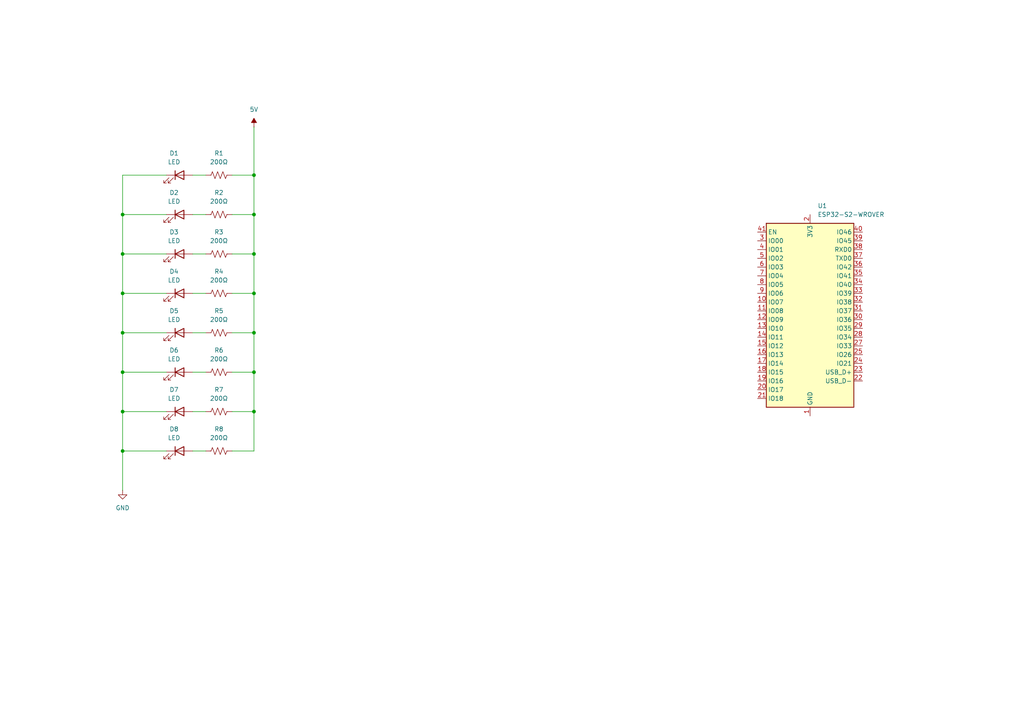
<source format=kicad_sch>
(kicad_sch (version 20231120) (generator "eeschema") (generator_version "8.0")
  (paper "A4")
  (lib_symbols
    (symbol "Device:LED" (pin_numbers hide) (pin_names (offset 1.016) hide)
      (property "Reference" "D" (at 0 2.54 0))
      (property "Value" "LED" (at 0 -2.54 0))
      (symbol "LED_0_1"
        (polyline (pts (xy -1.27 -1.27) (xy -1.27 1.27)) (stroke (width 0.254)))
        (polyline (pts (xy -1.27 0) (xy 1.27 0)))
        (polyline (pts (xy 1.27 -1.27) (xy 1.27 1.27) (xy -1.27 0) (xy 1.27 -1.27)) (stroke (width 0.254)))
        (polyline (pts (xy -3.048 -0.762) (xy -4.572 -2.286) (xy -3.81 -2.286) (xy -4.572 -2.286) (xy -4.572 -1.524)))
        (polyline (pts (xy -1.778 -0.762) (xy -3.302 -2.286) (xy -2.54 -2.286) (xy -3.302 -2.286) (xy -3.302 -1.524)))
      )
      (symbol "LED_1_1"
        (pin passive line (at -3.81 0 0) (length 2.54) (name "K") (number "1"))
        (pin passive line (at 3.81 0 180) (length 2.54) (name "A") (number "2"))
      )
    )
    (symbol "Device:R_US" (pin_numbers hide) (pin_names (offset 0))
      (property "Reference" "R" (at 2.54 0 90))
      (property "Value" "R_US" (at -2.54 0 90))
      (symbol "R_US_0_1"
        (polyline (pts (xy 0 -2.286) (xy 0 -2.54)))
        (polyline (pts (xy 0 2.286) (xy 0 2.54)))
        (polyline (pts (xy 0 -0.762) (xy 1.016 -1.143) (xy 0 -1.524) (xy -1.016 -1.905) (xy 0 -2.286)))
        (polyline (pts (xy 0 0.762) (xy 1.016 0.381) (xy 0 0) (xy -1.016 -0.381) (xy 0 -0.762)))
        (polyline (pts (xy 0 2.286) (xy 1.016 1.905) (xy 0 1.524) (xy -1.016 1.143) (xy 0 0.762)))
      )
      (symbol "R_US_1_1"
        (pin passive line (at 0 3.81 270) (length 1.27) (name "~") (number "1"))
        (pin passive line (at 0 -3.81 90) (length 1.27) (name "~") (number "2"))
      )
    )
    (symbol "RF_Module:ESP32-S2-WROVER"
      (property "Reference" "U" (at -12.7 29.21 0))
      (property "Value" "ESP32-S2-WROVER" (at 2.54 29.21 0))
      (symbol "ESP32-S2-WROVER_0_1"
        (rectangle (start -12.7 27.94) (end 12.7 -25.4) (stroke (width 0.254)) (fill (type background)))
      )
      (symbol "ESP32-S2-WROVER_1_1"
        (pin power_in line (at 0 -27.94 90) (length 2.54) (name "GND") (number "1"))
        (pin bidirectional line (at -15.24 5.08 0) (length 2.54) (name "IO07") (number "10"))
        (pin bidirectional line (at -15.24 2.54 0) (length 2.54) (name "IO08") (number "11"))
        (pin bidirectional line (at -15.24 0 0) (length 2.54) (name "IO09") (number "12"))
        (pin bidirectional line (at -15.24 -2.54 0) (length 2.54) (name "IO10") (number "13"))
        (pin bidirectional line (at -15.24 -5.08 0) (length 2.54) (name "IO11") (number "14"))
        (pin bidirectional line (at -15.24 -7.62 0) (length 2.54) (name "IO12") (number "15"))
        (pin bidirectional line (at -15.24 -10.16 0) (length 2.54) (name "IO13") (number "16"))
        (pin bidirectional line (at -15.24 -12.7 0) (length 2.54) (name "IO14") (number "17"))
        (pin bidirectional line (at -15.24 -15.24 0) (length 2.54) (name "IO15") (number "18"))
        (pin bidirectional line (at -15.24 -17.78 0) (length 2.54) (name "IO16") (number "19"))
        (pin power_in line (at 0 30.48 270) (length 2.54) (name "3V3") (number "2"))
        (pin bidirectional line (at -15.24 -20.32 0) (length 2.54) (name "IO17") (number "20"))
        (pin bidirectional line (at -15.24 -22.86 0) (length 2.54) (name "IO18") (number "21"))
        (pin bidirectional line (at 15.24 -17.78 180) (length 2.54) (name "USB_D-") (number "22"))
        (pin bidirectional line (at 15.24 -15.24 180) (length 2.54) (name "USB_D+") (number "23"))
        (pin bidirectional line (at 15.24 -12.7 180) (length 2.54) (name "IO21") (number "24"))
        (pin bidirectional line (at 15.24 -10.16 180) (length 2.54) (name "IO26") (number "25"))
        (pin passive line (at 0 -27.94 90) (length 2.54) hide (name "GND") (number "26"))
        (pin bidirectional line (at 15.24 -7.62 180) (length 2.54) (name "IO33") (number "27"))
        (pin bidirectional line (at 15.24 -5.08 180) (length 2.54) (name "IO34") (number "28"))
        (pin bidirectional line (at 15.24 -2.54 180) (length 2.54) (name "IO35") (number "29"))
        (pin bidirectional line (at -15.24 22.86 0) (length 2.54) (name "IO00") (number "3"))
        (pin bidirectional line (at 15.24 0 180) (length 2.54) (name "IO36") (number "30"))
        (pin bidirectional line (at 15.24 2.54 180) (length 2.54) (name "IO37") (number "31"))
        (pin bidirectional line (at 15.24 5.08 180) (length 2.54) (name "IO38") (number "32"))
        (pin bidirectional line (at 15.24 7.62 180) (length 2.54) (name "IO39") (number "33"))
        (pin bidirectional line (at 15.24 10.16 180) (length 2.54) (name "IO40") (number "34"))
        (pin bidirectional line (at 15.24 12.7 180) (length 2.54) (name "IO41") (number "35"))
        (pin bidirectional line (at 15.24 15.24 180) (length 2.54) (name "IO42") (number "36"))
        (pin bidirectional line (at 15.24 17.78 180) (length 2.54) (name "TXD0") (number "37"))
        (pin bidirectional line (at 15.24 20.32 180) (length 2.54) (name "RXD0") (number "38"))
        (pin bidirectional line (at 15.24 22.86 180) (length 2.54) (name "IO45") (number "39"))
        (pin bidirectional line (at -15.24 20.32 0) (length 2.54) (name "IO01") (number "4"))
        (pin input line (at 15.24 25.4 180) (length 2.54) (name "IO46") (number "40"))
        (pin input line (at -15.24 25.4 0) (length 2.54) (name "EN") (number "41"))
        (pin passive line (at 0 -27.94 90) (length 2.54) hide (name "GND") (number "42"))
        (pin passive line (at 0 -27.94 90) (length 2.54) hide (name "GND") (number "43"))
        (pin bidirectional line (at -15.24 17.78 0) (length 2.54) (name "IO02") (number "5"))
        (pin bidirectional line (at -15.24 15.24 0) (length 2.54) (name "IO03") (number "6"))
        (pin bidirectional line (at -15.24 12.7 0) (length 2.54) (name "IO04") (number "7"))
        (pin bidirectional line (at -15.24 10.16 0) (length 2.54) (name "IO05") (number "8"))
        (pin bidirectional line (at -15.24 7.62 0) (length 2.54) (name "IO06") (number "9"))
      )
    )
    (symbol "power:GND" (power) (pin_numbers hide) (pin_names (offset 0) hide)
      (property "Value" "GND" (at 0 -3.81 0))
      (symbol "GND_0_1"
        (polyline (pts (xy 0 0) (xy 0 -1.27) (xy 1.27 -1.27) (xy 0 -2.54) (xy -1.27 -1.27) (xy 0 -1.27)))
      )
      (symbol "GND_1_1"
        (pin power_in line (at 0 0 270) (length 0) (name "~") (number "1"))
      )
    )
    (symbol "power:VSS" (power) (pin_numbers hide) (pin_names (offset 0) hide)
      (property "Value" "VSS" (at 0 3.556 0))
      (symbol "VSS_0_1"
        (polyline (pts (xy 0 0) (xy 0 2.54)))
        (polyline (pts (xy 0.762 1.27) (xy -0.762 1.27) (xy 0 2.54) (xy 0.762 1.27)) (fill (type outline)))
      )
      (symbol "VSS_1_1"
        (pin power_in line (at 0 0 90) (length 0) (name "~") (number "1"))
      )
    )
  )
  (junction (at 73.66 50.8))
  (junction (at 35.56 107.95))
  (junction (at 73.66 96.52))
  (junction (at 73.66 119.38))
  (junction (at 73.66 85.09))
  (junction (at 35.56 62.23))
  (junction (at 73.66 73.66))
  (junction (at 35.56 96.52))
  (junction (at 35.56 130.81))
  (junction (at 35.56 85.09))
  (junction (at 35.56 119.38))
  (junction (at 35.56 73.66))
  (junction (at 73.66 107.95))
  (junction (at 73.66 62.23))
  (wire (pts (xy 67.31 50.8) (xy 73.66 50.8)))
  (wire (pts (xy 73.66 119.38) (xy 73.66 130.81)))
  (wire (pts (xy 73.66 107.95) (xy 67.31 107.95)))
  (wire (pts (xy 59.69 50.8) (xy 55.88 50.8)))
  (wire (pts (xy 73.66 96.52) (xy 67.31 96.52)))
  (wire (pts (xy 55.88 119.38) (xy 59.69 119.38)))
  (wire (pts (xy 35.56 62.23) (xy 48.26 62.23)))
  (wire (pts (xy 55.88 130.81) (xy 59.69 130.81)))
  (wire (pts (xy 73.66 85.09) (xy 73.66 96.52)))
  (wire (pts (xy 73.66 73.66) (xy 73.66 85.09)))
  (wire (pts (xy 55.88 107.95) (xy 59.69 107.95)))
  (wire (pts (xy 55.88 96.52) (xy 59.69 96.52)))
  (wire (pts (xy 35.56 130.81) (xy 48.26 130.81)))
  (wire (pts (xy 35.56 85.09) (xy 35.56 96.52)))
  (wire (pts (xy 35.56 85.09) (xy 48.26 85.09)))
  (wire (pts (xy 73.66 119.38) (xy 67.31 119.38)))
  (wire (pts (xy 73.66 85.09) (xy 67.31 85.09)))
  (wire (pts (xy 35.56 62.23) (xy 35.56 73.66)))
  (wire (pts (xy 55.88 73.66) (xy 59.69 73.66)))
  (wire (pts (xy 73.66 96.52) (xy 73.66 107.95)))
  (wire (pts (xy 35.56 107.95) (xy 35.56 119.38)))
  (wire (pts (xy 73.66 36.83) (xy 73.66 50.8)))
  (wire (pts (xy 35.56 73.66) (xy 35.56 85.09)))
  (wire (pts (xy 35.56 96.52) (xy 48.26 96.52)))
  (wire (pts (xy 35.56 119.38) (xy 48.26 119.38)))
  (wire (pts (xy 35.56 130.81) (xy 35.56 142.24)))
  (wire (pts (xy 35.56 119.38) (xy 35.56 130.81)))
  (wire (pts (xy 48.26 50.8) (xy 35.56 50.8)))
  (wire (pts (xy 73.66 130.81) (xy 67.31 130.81)))
  (wire (pts (xy 35.56 50.8) (xy 35.56 62.23)))
  (wire (pts (xy 35.56 107.95) (xy 48.26 107.95)))
  (wire (pts (xy 55.88 85.09) (xy 59.69 85.09)))
  (wire (pts (xy 73.66 107.95) (xy 73.66 119.38)))
  (wire (pts (xy 35.56 96.52) (xy 35.56 107.95)))
  (wire (pts (xy 73.66 73.66) (xy 67.31 73.66)))
  (wire (pts (xy 55.88 62.23) (xy 59.69 62.23)))
  (wire (pts (xy 73.66 50.8) (xy 73.66 62.23)))
  (wire (pts (xy 73.66 62.23) (xy 73.66 73.66)))
  (wire (pts (xy 35.56 73.66) (xy 48.26 73.66)))
  (wire (pts (xy 73.66 62.23) (xy 67.31 62.23)))
  (symbol (lib_id "Device:LED") (at 52.07 62.23 0) (unit 1)
    (property "Reference" "D2" (at 50.4825 55.88 0))
    (property "Value" "LED" (at 50.4825 58.42 0))
    (property "Description" "Light emitting diode" (effects (hide yes)))
  )
  (symbol (lib_id "RF_Module:ESP32-S2-WROVER") (at 234.95 92.71 0) (unit 1)
    (property "Reference" "U1" (at 237.1441 59.69 0) (effects (justify left)))
    (property "Value" "ESP32-S2-WROVER" (at 237.1441 62.23 0) (effects (justify left)))
    (property "Footprint" "RF_Module:ESP32-S2-WROVER" (effects (hide yes)))
    (property "Datasheet" "https://www.espressif.com/sites/default/files/documentation/esp32-s2-wroom_esp32-s2-wroom-i_datasheet_en.pdf" (effects (hide yes)))
    (property "Description" "RF Module, ESP32-D0WDQ6 SoC, Wi-Fi 802.11b/g/n, 32-bit, 2.7-3.6V, onboard antenna, SMD" (effects (hide yes)))
  )
  (symbol (lib_id "Device:R_US") (at 63.5 119.38 270) (unit 1)
    (property "Reference" "R7" (at 63.5 113.03 90))
    (property "Value" "200Ω" (at 63.5 115.57 90))
    (property "Description" "Resistor, US symbol" (effects (hide yes)))
  )
  (symbol (lib_id "Device:LED") (at 52.07 85.09 0) (unit 1)
    (property "Reference" "D4" (at 50.4825 78.74 0))
    (property "Value" "LED" (at 50.4825 81.28 0))
    (property "Description" "Light emitting diode" (effects (hide yes)))
  )
  (symbol (lib_id "power:VSS") (at 73.66 36.83 0) (unit 1)
    (property "Reference" "#PWR01" (effects (hide yes)))
    (property "Value" "5V" (at 73.66 31.75 0))
    (property "Description" "Power symbol creates a global label with name \"VSS\"" (effects (hide yes)))
  )
  (symbol (lib_id "Device:R_US") (at 63.5 107.95 270) (unit 1)
    (property "Reference" "R6" (at 63.5 101.6 90))
    (property "Value" "200Ω" (at 63.5 104.14 90))
    (property "Description" "Resistor, US symbol" (effects (hide yes)))
  )
  (symbol (lib_id "Device:LED") (at 52.07 73.66 0) (unit 1)
    (property "Reference" "D3" (at 50.4825 67.31 0))
    (property "Value" "LED" (at 50.4825 69.85 0))
    (property "Description" "Light emitting diode" (effects (hide yes)))
  )
  (symbol (lib_id "Device:LED") (at 52.07 107.95 0) (unit 1)
    (property "Reference" "D6" (at 50.4825 101.6 0))
    (property "Value" "LED" (at 50.4825 104.14 0))
    (property "Description" "Light emitting diode" (effects (hide yes)))
  )
  (symbol (lib_id "Device:R_US") (at 63.5 73.66 270) (unit 1)
    (property "Reference" "R3" (at 63.5 67.31 90))
    (property "Value" "200Ω" (at 63.5 69.85 90))
    (property "Description" "Resistor, US symbol" (effects (hide yes)))
  )
  (symbol (lib_id "Device:R_US") (at 63.5 62.23 270) (unit 1)
    (property "Reference" "R2" (at 63.5 55.88 90))
    (property "Value" "200Ω" (at 63.5 58.42 90))
    (property "Description" "Resistor, US symbol" (effects (hide yes)))
  )
  (symbol (lib_id "Device:LED") (at 52.07 119.38 0) (unit 1)
    (property "Reference" "D7" (at 50.4825 113.03 0))
    (property "Value" "LED" (at 50.4825 115.57 0))
    (property "Description" "Light emitting diode" (effects (hide yes)))
  )
  (symbol (lib_id "Device:R_US") (at 63.5 85.09 270) (unit 1)
    (property "Reference" "R4" (at 63.5 78.74 90))
    (property "Value" "200Ω" (at 63.5 81.28 90))
    (property "Description" "Resistor, US symbol" (effects (hide yes)))
  )
  (symbol (lib_id "Device:LED") (at 52.07 96.52 0) (unit 1)
    (property "Reference" "D5" (at 50.4825 90.17 0))
    (property "Value" "LED" (at 50.4825 92.71 0))
    (property "Description" "Light emitting diode" (effects (hide yes)))
  )
  (symbol (lib_id "Device:R_US") (at 63.5 50.8 270) (unit 1)
    (property "Reference" "R1" (at 63.5 44.45 90))
    (property "Value" "200Ω" (at 63.5 46.99 90))
    (property "Description" "Resistor, US symbol" (effects (hide yes)))
  )
  (symbol (lib_id "power:GND") (at 35.56 142.24 0) (unit 1)
    (property "Reference" "#PWR02" (effects (hide yes)))
    (property "Value" "GND" (at 35.56 147.32 0))
    (property "Description" "Power symbol creates a global label with name \"GND\" , ground" (effects (hide yes)))
  )
  (symbol (lib_id "Device:R_US") (at 63.5 130.81 270) (unit 1)
    (property "Reference" "R8" (at 63.5 124.46 90))
    (property "Value" "200Ω" (at 63.5 127 90))
    (property "Description" "Resistor, US symbol" (effects (hide yes)))
  )
  (symbol (lib_id "Device:LED") (at 52.07 130.81 0) (unit 1)
    (property "Reference" "D8" (at 50.4825 124.46 0))
    (property "Value" "LED" (at 50.4825 127 0))
    (property "Description" "Light emitting diode" (effects (hide yes)))
  )
  (symbol (lib_id "Device:LED") (at 52.07 50.8 0) (unit 1)
    (property "Reference" "D1" (at 50.4825 44.45 0))
    (property "Value" "LED" (at 50.4825 46.99 0))
    (property "Description" "Light emitting diode" (effects (hide yes)))
  )
  (symbol (lib_id "Device:R_US") (at 63.5 96.52 270) (unit 1)
    (property "Reference" "R5" (at 63.5 90.17 90))
    (property "Value" "200Ω" (at 63.5 92.71 90))
    (property "Description" "Resistor, US symbol" (effects (hide yes)))
  )
)
</source>
